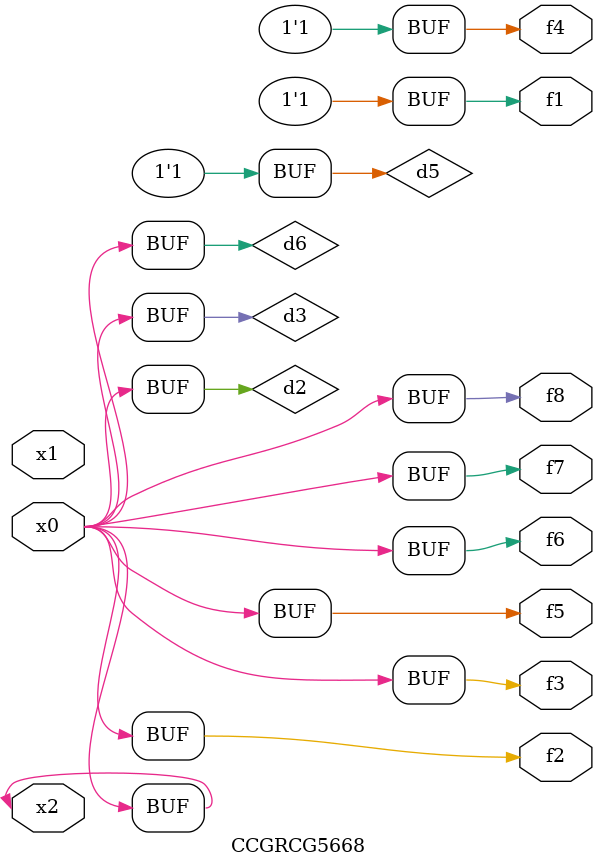
<source format=v>
module CCGRCG5668(
	input x0, x1, x2,
	output f1, f2, f3, f4, f5, f6, f7, f8
);

	wire d1, d2, d3, d4, d5, d6;

	xnor (d1, x2);
	buf (d2, x0, x2);
	and (d3, x0);
	xnor (d4, x1, x2);
	nand (d5, d1, d3);
	buf (d6, d2, d3);
	assign f1 = d5;
	assign f2 = d6;
	assign f3 = d6;
	assign f4 = d5;
	assign f5 = d6;
	assign f6 = d6;
	assign f7 = d6;
	assign f8 = d6;
endmodule

</source>
